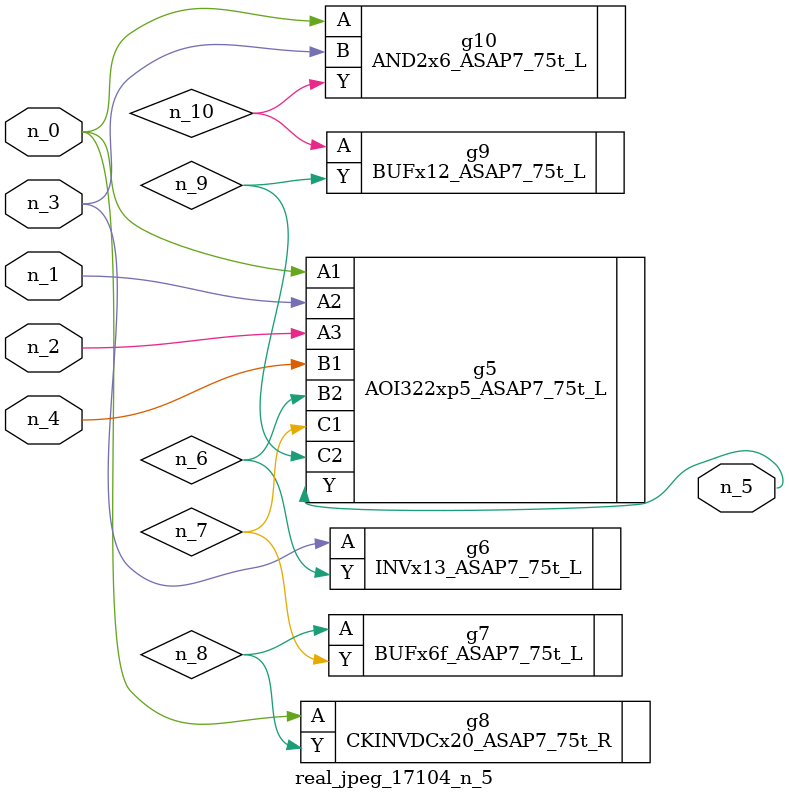
<source format=v>
module real_jpeg_17104_n_5 (n_4, n_0, n_1, n_2, n_3, n_5);

input n_4;
input n_0;
input n_1;
input n_2;
input n_3;

output n_5;

wire n_8;
wire n_6;
wire n_7;
wire n_10;
wire n_9;

AOI322xp5_ASAP7_75t_L g5 ( 
.A1(n_0),
.A2(n_1),
.A3(n_2),
.B1(n_4),
.B2(n_6),
.C1(n_7),
.C2(n_9),
.Y(n_5)
);

CKINVDCx20_ASAP7_75t_R g8 ( 
.A(n_0),
.Y(n_8)
);

AND2x6_ASAP7_75t_L g10 ( 
.A(n_0),
.B(n_3),
.Y(n_10)
);

INVx13_ASAP7_75t_L g6 ( 
.A(n_3),
.Y(n_6)
);

BUFx6f_ASAP7_75t_L g7 ( 
.A(n_8),
.Y(n_7)
);

BUFx12_ASAP7_75t_L g9 ( 
.A(n_10),
.Y(n_9)
);


endmodule
</source>
